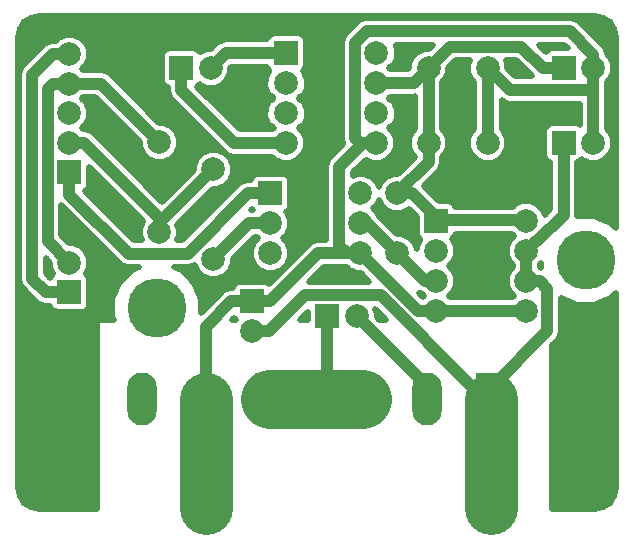
<source format=gbr>
G04 #@! TF.FileFunction,Copper,L2,Bot,Signal*
%FSLAX46Y46*%
G04 Gerber Fmt 4.6, Leading zero omitted, Abs format (unit mm)*
G04 Created by KiCad (PCBNEW 4.0.6) date 06/19/17 16:58:42*
%MOMM*%
%LPD*%
G01*
G04 APERTURE LIST*
%ADD10C,0.100000*%
%ADD11R,2.000000X2.000000*%
%ADD12C,2.000000*%
%ADD13C,5.000000*%
%ADD14R,2.500000X4.500000*%
%ADD15O,2.500000X4.500000*%
%ADD16C,1.000000*%
%ADD17C,4.500000*%
%ADD18C,5.000000*%
%ADD19C,0.500000*%
G04 APERTURE END LIST*
D10*
D11*
X48210000Y39955000D03*
D12*
X50710000Y39955000D03*
X36780000Y39955000D03*
X41780000Y39955000D03*
X36780000Y33605000D03*
X41780000Y33605000D03*
D11*
X48210000Y33605000D03*
D12*
X50710000Y33605000D03*
D11*
X28194000Y18923000D03*
D12*
X30694000Y18923000D03*
D11*
X21844000Y20193000D03*
D12*
X21844000Y17693000D03*
D11*
X15825000Y39955000D03*
D12*
X18325000Y39955000D03*
X34110000Y29345000D03*
X34110000Y24265000D03*
X18542000Y31369000D03*
X18542000Y23749000D03*
X13970000Y33655000D03*
X13970000Y26035000D03*
D11*
X6350000Y20955000D03*
D12*
X6350000Y23455000D03*
D11*
X37400000Y27025000D03*
D12*
X45020000Y19405000D03*
X37400000Y24485000D03*
X45020000Y21945000D03*
X37400000Y21945000D03*
X45020000Y24485000D03*
X37400000Y19405000D03*
X45020000Y27025000D03*
D11*
X23368000Y29337000D03*
D12*
X30988000Y24257000D03*
X23368000Y26797000D03*
X30988000Y26797000D03*
X23368000Y24257000D03*
X30988000Y29337000D03*
D11*
X6350000Y31115000D03*
D12*
X6350000Y33615000D03*
X6350000Y36115000D03*
X6350000Y38615000D03*
X6350000Y41115000D03*
D11*
X24715000Y41225000D03*
D12*
X32335000Y33605000D03*
X24715000Y38685000D03*
X32335000Y36145000D03*
X24715000Y36145000D03*
X32335000Y38685000D03*
X24715000Y33605000D03*
X32335000Y41225000D03*
D13*
X50040000Y23670000D03*
X13730000Y19645000D03*
D14*
X23356000Y11895000D03*
D15*
X17906000Y11895000D03*
X12456000Y11895000D03*
D14*
X42040000Y11895000D03*
D15*
X36590000Y11895000D03*
X31140000Y11895000D03*
D16*
X30534999Y42089001D02*
X31510808Y43064810D01*
X30534999Y33990788D02*
X30534999Y42089001D01*
X30920787Y33605000D02*
X30534999Y33990788D01*
X50710000Y41086370D02*
X50710000Y39955000D01*
X48731560Y43064810D02*
X50710000Y41086370D01*
X32335000Y33605000D02*
X30920787Y33605000D01*
X31510808Y43064810D02*
X48731560Y43064810D01*
X30988000Y24257000D02*
X35840000Y19405000D01*
X35840000Y19405000D02*
X37400000Y19405000D01*
X30988000Y24257000D02*
X31475914Y24257000D01*
X50710000Y39955000D02*
X50710000Y38100000D01*
X50710000Y38100000D02*
X50710000Y33605000D01*
X41780000Y39955000D02*
X43635000Y38100000D01*
X43635000Y38100000D02*
X50710000Y38100000D01*
X50710000Y34736370D02*
X50710000Y33605000D01*
X37400000Y19405000D02*
X45020000Y19405000D01*
D17*
X17906000Y11895000D02*
X17906000Y2675000D01*
D16*
X27418036Y24257000D02*
X29856630Y24257000D01*
X23354036Y20193000D02*
X27418036Y24257000D01*
X21844000Y20193000D02*
X23354036Y20193000D01*
X17906000Y11895000D02*
X17906000Y18055000D01*
X17906000Y18055000D02*
X20044000Y20193000D01*
X20044000Y20193000D02*
X21844000Y20193000D01*
X32335000Y33605000D02*
X31203630Y33605000D01*
X31203630Y33605000D02*
X29187999Y31589369D01*
X29856630Y24257000D02*
X30988000Y24257000D01*
X29187999Y31589369D02*
X29187999Y24925631D01*
X29187999Y24925631D02*
X29856630Y24257000D01*
X41780000Y39955000D02*
X41780000Y33605000D01*
X13970000Y26035000D02*
X13970000Y26797000D01*
X13970000Y26797000D02*
X18542000Y31369000D01*
X6350000Y33615000D02*
X7587436Y33615000D01*
X7587436Y33615000D02*
X13970000Y27232436D01*
X13970000Y27232436D02*
X13970000Y27166370D01*
X13970000Y27166370D02*
X13970000Y26035000D01*
X15825000Y39955000D02*
X15825000Y38080000D01*
X15825000Y38080000D02*
X20300000Y33605000D01*
X20300000Y33605000D02*
X23583630Y33605000D01*
X23583630Y33605000D02*
X24715000Y33605000D01*
X36780000Y39955000D02*
X38580001Y41755001D01*
X38580001Y41755001D02*
X44609999Y41755001D01*
X44609999Y41755001D02*
X46410000Y39955000D01*
X46410000Y39955000D02*
X48210000Y39955000D01*
X37630000Y27055000D02*
X45250000Y27055000D01*
X34110000Y29345000D02*
X35340000Y29345000D01*
X35340000Y29345000D02*
X37630000Y27055000D01*
X36780000Y33605000D02*
X36780000Y32015000D01*
X36780000Y32015000D02*
X34110000Y29345000D01*
X36780000Y39955000D02*
X36780000Y33605000D01*
X36780000Y39955000D02*
X35510000Y38685000D01*
X35510000Y38685000D02*
X32335000Y38685000D01*
X26288214Y20723001D02*
X32683506Y20723001D01*
X23258213Y17693000D02*
X26288214Y20723001D01*
X32683506Y20723001D02*
X40511507Y12895000D01*
X40511507Y12895000D02*
X42040000Y12895000D01*
X21844000Y17693000D02*
X23258213Y17693000D01*
X48210000Y33605000D02*
X48210000Y27550998D01*
X48210000Y27550998D02*
X45944001Y25284999D01*
X45944001Y25284999D02*
X45819999Y25284999D01*
X45819999Y25284999D02*
X45020000Y24485000D01*
X45020000Y21945000D02*
X46151370Y21945000D01*
X46820001Y17675001D02*
X42040000Y12895000D01*
X46151370Y21945000D02*
X46820001Y21276369D01*
X46820001Y21276369D02*
X46820001Y17675001D01*
X42040000Y12895000D02*
X42040000Y11895000D01*
X45020000Y24485000D02*
X45020000Y21945000D01*
D17*
X42040000Y11895000D02*
X42040000Y2675000D01*
D16*
X34110000Y24265000D02*
X34113121Y24265000D01*
X34113121Y24265000D02*
X36433121Y21945000D01*
X36433121Y21945000D02*
X37400000Y21945000D01*
X30988000Y26797000D02*
X31578000Y26797000D01*
X31578000Y26797000D02*
X34110000Y24265000D01*
X3190000Y39369213D02*
X3190000Y22115000D01*
X3190000Y22115000D02*
X4350000Y20955000D01*
X4350000Y20955000D02*
X6350000Y20955000D01*
X6350000Y41115000D02*
X4935787Y41115000D01*
X4935787Y41115000D02*
X3190000Y39369213D01*
X4935787Y38615000D02*
X6350000Y38615000D01*
X4490011Y25314989D02*
X4490011Y38169224D01*
X4490011Y38169224D02*
X4935787Y38615000D01*
X6350000Y23455000D02*
X4490011Y25314989D01*
X13970000Y33655000D02*
X9010000Y38615000D01*
X9010000Y38615000D02*
X6350000Y38615000D01*
X6350000Y31115000D02*
X6350000Y29240000D01*
X6350000Y29240000D02*
X11355001Y24234999D01*
X11355001Y24234999D02*
X16363997Y24234999D01*
X21465998Y29337000D02*
X21568000Y29337000D01*
X16363997Y24234999D02*
X21465998Y29337000D01*
X21568000Y29337000D02*
X23368000Y29337000D01*
X18542000Y23749000D02*
X21590000Y26797000D01*
X21590000Y26797000D02*
X23368000Y26797000D01*
X18325000Y39955000D02*
X19595000Y41225000D01*
X19595000Y41225000D02*
X24715000Y41225000D01*
X28194000Y18923000D02*
X28194000Y13719000D01*
X28194000Y13719000D02*
X26370000Y11895000D01*
D18*
X23356000Y11895000D02*
X26370000Y11895000D01*
X26370000Y11895000D02*
X31140000Y11895000D01*
D16*
X36590000Y11895000D02*
X36590000Y13027000D01*
X36590000Y13027000D02*
X30694000Y18923000D01*
D19*
G36*
X52615000Y4516405D02*
X52463719Y3755866D01*
X52073355Y3171644D01*
X51489134Y2781281D01*
X50728596Y2630000D01*
X47240000Y2630000D01*
X47240000Y16468654D01*
X47633174Y16861828D01*
X47882462Y17234915D01*
X47970001Y17675001D01*
X47970001Y20469098D01*
X49290806Y19920652D01*
X50782649Y19919350D01*
X52161429Y20489051D01*
X52615000Y20941831D01*
X52615000Y4516405D01*
X52615000Y4516405D01*
G37*
X52615000Y4516405D02*
X52463719Y3755866D01*
X52073355Y3171644D01*
X51489134Y2781281D01*
X50728596Y2630000D01*
X47240000Y2630000D01*
X47240000Y16468654D01*
X47633174Y16861828D01*
X47882462Y17234915D01*
X47970001Y17675001D01*
X47970001Y20469098D01*
X49290806Y19920652D01*
X50782649Y19919350D01*
X52161429Y20489051D01*
X52615000Y20941831D01*
X52615000Y4516405D01*
G36*
X51489134Y44208719D02*
X52073355Y43818356D01*
X52463719Y43234134D01*
X52615000Y42473595D01*
X52615000Y26398437D01*
X52166978Y26847242D01*
X50789194Y27419348D01*
X49334067Y27420618D01*
X49360001Y27550998D01*
X49360000Y27551003D01*
X49360000Y31970490D01*
X49450876Y31987590D01*
X49672105Y32129947D01*
X49744823Y32236373D01*
X49774130Y32207014D01*
X50380355Y31955287D01*
X51036765Y31954715D01*
X51643429Y32205383D01*
X52107986Y32669130D01*
X52359713Y33275355D01*
X52360285Y33931765D01*
X52109617Y34538429D01*
X51860000Y34788482D01*
X51860000Y38771576D01*
X52107986Y39019130D01*
X52359713Y39625355D01*
X52360285Y40281765D01*
X52109617Y40888429D01*
X51847056Y41151449D01*
X51786985Y41453440D01*
X51772461Y41526456D01*
X51523173Y41899543D01*
X49544733Y43877983D01*
X49171646Y44127271D01*
X48731560Y44214810D01*
X31510808Y44214810D01*
X31070722Y44127271D01*
X30697635Y43877983D01*
X29721826Y42902174D01*
X29472538Y42529087D01*
X29384999Y42089001D01*
X29384999Y33990788D01*
X29472538Y33550702D01*
X29492745Y33520461D01*
X28374826Y32402542D01*
X28125538Y32029455D01*
X28037999Y31589369D01*
X28037999Y25407000D01*
X27418036Y25407000D01*
X26977950Y25319461D01*
X26604863Y25070173D01*
X23242263Y21707573D01*
X23101841Y21803520D01*
X22844000Y21855734D01*
X20844000Y21855734D01*
X20603124Y21810410D01*
X20381895Y21668053D01*
X20233480Y21450841D01*
X20211642Y21343000D01*
X20044005Y21343000D01*
X20044000Y21343001D01*
X19709025Y21276369D01*
X19603914Y21255461D01*
X19300219Y21052539D01*
X19230827Y21006173D01*
X17479661Y19255007D01*
X17480650Y20387649D01*
X16910949Y21766429D01*
X15856978Y22822242D01*
X15224189Y23084999D01*
X16363997Y23084999D01*
X16804083Y23172538D01*
X16953606Y23272446D01*
X17142383Y22815571D01*
X17606130Y22351014D01*
X18212355Y22099287D01*
X18868765Y22098715D01*
X19475429Y22349383D01*
X19939986Y22813130D01*
X20191713Y23419355D01*
X20192021Y23772675D01*
X22066346Y25647000D01*
X22184576Y25647000D01*
X22304547Y25526820D01*
X21970014Y25192870D01*
X21718287Y24586645D01*
X21717715Y23930235D01*
X21968383Y23323571D01*
X22432130Y22859014D01*
X23038355Y22607287D01*
X23694765Y22606715D01*
X24301429Y22857383D01*
X24765986Y23321130D01*
X25017713Y23927355D01*
X25018285Y24583765D01*
X24767617Y25190429D01*
X24431453Y25527180D01*
X24765986Y25861130D01*
X25017713Y26467355D01*
X25018285Y27123765D01*
X24767617Y27730429D01*
X24712118Y27786025D01*
X24830105Y27861947D01*
X24978520Y28079159D01*
X25030734Y28337000D01*
X25030734Y30337000D01*
X24985410Y30577876D01*
X24843053Y30799105D01*
X24625841Y30947520D01*
X24368000Y30999734D01*
X22368000Y30999734D01*
X22127124Y30954410D01*
X21905895Y30812053D01*
X21757480Y30594841D01*
X21735642Y30487000D01*
X21465998Y30487000D01*
X21025912Y30399461D01*
X20652825Y30150173D01*
X15887651Y25384999D01*
X15486689Y25384999D01*
X15619713Y25705355D01*
X15620285Y26361765D01*
X15486031Y26686685D01*
X18518366Y29719020D01*
X18868765Y29718715D01*
X19475429Y29969383D01*
X19939986Y30433130D01*
X20191713Y31039355D01*
X20192285Y31695765D01*
X19941617Y32302429D01*
X19477870Y32766986D01*
X18871645Y33018713D01*
X18215235Y33019285D01*
X17608571Y32768617D01*
X17144014Y32304870D01*
X16892287Y31698645D01*
X16891979Y31345325D01*
X14187718Y28641064D01*
X8400609Y34428173D01*
X8027522Y34677461D01*
X7587436Y34765000D01*
X7533424Y34765000D01*
X7433453Y34865145D01*
X7747986Y35179130D01*
X7999713Y35785355D01*
X8000285Y36441765D01*
X7749617Y37048429D01*
X7433453Y37365145D01*
X7533482Y37465000D01*
X8533654Y37465000D01*
X12320020Y33678634D01*
X12319715Y33328235D01*
X12570383Y32721571D01*
X13034130Y32257014D01*
X13640355Y32005287D01*
X14296765Y32004715D01*
X14903429Y32255383D01*
X15367986Y32719130D01*
X15619713Y33325355D01*
X15620285Y33981765D01*
X15369617Y34588429D01*
X14905870Y35052986D01*
X14299645Y35304713D01*
X13946325Y35305021D01*
X9823173Y39428173D01*
X9450086Y39677461D01*
X9010000Y39765000D01*
X7533424Y39765000D01*
X7433453Y39865145D01*
X7747986Y40179130D01*
X7999713Y40785355D01*
X7999860Y40955000D01*
X14162266Y40955000D01*
X14162266Y38955000D01*
X14207590Y38714124D01*
X14349947Y38492895D01*
X14567159Y38344480D01*
X14675000Y38322642D01*
X14675000Y38080000D01*
X14762539Y37639914D01*
X15011827Y37266827D01*
X19486827Y32791827D01*
X19859914Y32542539D01*
X19932930Y32528015D01*
X20300000Y32454999D01*
X20300005Y32455000D01*
X23531576Y32455000D01*
X23779130Y32207014D01*
X24385355Y31955287D01*
X25041765Y31954715D01*
X25648429Y32205383D01*
X26112986Y32669130D01*
X26364713Y33275355D01*
X26365285Y33931765D01*
X26114617Y34538429D01*
X25804964Y34848622D01*
X25823000Y34919649D01*
X25940626Y35037070D01*
X26167463Y35094669D01*
X26458845Y35730454D01*
X26484743Y36429350D01*
X26241213Y37084956D01*
X26167463Y37195331D01*
X25940351Y37253000D01*
X25822930Y37370626D01*
X25811662Y37415000D01*
X25823000Y37459649D01*
X25940626Y37577070D01*
X26167463Y37634669D01*
X26458845Y38270454D01*
X26484743Y38969350D01*
X26241213Y39624956D01*
X26167463Y39735331D01*
X26158090Y39737711D01*
X26177105Y39749947D01*
X26325520Y39967159D01*
X26377734Y40225000D01*
X26377734Y42225000D01*
X26332410Y42465876D01*
X26190053Y42687105D01*
X25972841Y42835520D01*
X25715000Y42887734D01*
X23715000Y42887734D01*
X23474124Y42842410D01*
X23252895Y42700053D01*
X23104480Y42482841D01*
X23082642Y42375000D01*
X19595000Y42375000D01*
X19154914Y42287461D01*
X18781827Y42038173D01*
X18348634Y41604980D01*
X17998235Y41605285D01*
X17391571Y41354617D01*
X17360331Y41323431D01*
X17300053Y41417105D01*
X17082841Y41565520D01*
X16825000Y41617734D01*
X14825000Y41617734D01*
X14584124Y41572410D01*
X14362895Y41430053D01*
X14214480Y41212841D01*
X14162266Y40955000D01*
X7999860Y40955000D01*
X8000285Y41441765D01*
X7749617Y42048429D01*
X7285870Y42512986D01*
X6679645Y42764713D01*
X6023235Y42765285D01*
X5416571Y42514617D01*
X5166518Y42265000D01*
X4935792Y42265000D01*
X4935787Y42265001D01*
X4584312Y42195087D01*
X4495701Y42177461D01*
X4233627Y42002349D01*
X4122614Y41928173D01*
X2376827Y40182386D01*
X2127539Y39809299D01*
X2040000Y39369213D01*
X2040000Y22115000D01*
X2127539Y21674914D01*
X2376827Y21301827D01*
X3536827Y20141827D01*
X3909914Y19892539D01*
X4350000Y19805000D01*
X4715490Y19805000D01*
X4732590Y19714124D01*
X4874947Y19492895D01*
X5092159Y19344480D01*
X5350000Y19292266D01*
X7350000Y19292266D01*
X7590876Y19337590D01*
X7812105Y19479947D01*
X7960520Y19697159D01*
X8012734Y19955000D01*
X8012734Y21955000D01*
X7967410Y22195876D01*
X7825053Y22417105D01*
X7718627Y22489823D01*
X7747986Y22519130D01*
X7999713Y23125355D01*
X8000285Y23781765D01*
X7749617Y24388429D01*
X7285870Y24852986D01*
X6679645Y25104713D01*
X6326325Y25105021D01*
X5640011Y25791335D01*
X5640011Y28323643D01*
X10541828Y23421826D01*
X10914915Y23172538D01*
X11355001Y23084999D01*
X12235519Y23084999D01*
X11608571Y22825949D01*
X10552758Y21771978D01*
X9980652Y20394194D01*
X9979350Y18902351D01*
X10077422Y18665000D01*
X8890000Y18665000D01*
X8792736Y18645304D01*
X8710798Y18589318D01*
X8657097Y18505864D01*
X8640000Y18415000D01*
X8640000Y2630000D01*
X3881405Y2630000D01*
X3120866Y2781281D01*
X2536644Y3171645D01*
X2146281Y3755866D01*
X1995000Y4516404D01*
X1995000Y42473596D01*
X2146281Y43234134D01*
X2536644Y43818355D01*
X3120866Y44208719D01*
X3881405Y44360000D01*
X50728596Y44360000D01*
X51489134Y44208719D01*
X51489134Y44208719D01*
G37*
X51489134Y44208719D02*
X52073355Y43818356D01*
X52463719Y43234134D01*
X52615000Y42473595D01*
X52615000Y26398437D01*
X52166978Y26847242D01*
X50789194Y27419348D01*
X49334067Y27420618D01*
X49360001Y27550998D01*
X49360000Y27551003D01*
X49360000Y31970490D01*
X49450876Y31987590D01*
X49672105Y32129947D01*
X49744823Y32236373D01*
X49774130Y32207014D01*
X50380355Y31955287D01*
X51036765Y31954715D01*
X51643429Y32205383D01*
X52107986Y32669130D01*
X52359713Y33275355D01*
X52360285Y33931765D01*
X52109617Y34538429D01*
X51860000Y34788482D01*
X51860000Y38771576D01*
X52107986Y39019130D01*
X52359713Y39625355D01*
X52360285Y40281765D01*
X52109617Y40888429D01*
X51847056Y41151449D01*
X51786985Y41453440D01*
X51772461Y41526456D01*
X51523173Y41899543D01*
X49544733Y43877983D01*
X49171646Y44127271D01*
X48731560Y44214810D01*
X31510808Y44214810D01*
X31070722Y44127271D01*
X30697635Y43877983D01*
X29721826Y42902174D01*
X29472538Y42529087D01*
X29384999Y42089001D01*
X29384999Y33990788D01*
X29472538Y33550702D01*
X29492745Y33520461D01*
X28374826Y32402542D01*
X28125538Y32029455D01*
X28037999Y31589369D01*
X28037999Y25407000D01*
X27418036Y25407000D01*
X26977950Y25319461D01*
X26604863Y25070173D01*
X23242263Y21707573D01*
X23101841Y21803520D01*
X22844000Y21855734D01*
X20844000Y21855734D01*
X20603124Y21810410D01*
X20381895Y21668053D01*
X20233480Y21450841D01*
X20211642Y21343000D01*
X20044005Y21343000D01*
X20044000Y21343001D01*
X19709025Y21276369D01*
X19603914Y21255461D01*
X19300219Y21052539D01*
X19230827Y21006173D01*
X17479661Y19255007D01*
X17480650Y20387649D01*
X16910949Y21766429D01*
X15856978Y22822242D01*
X15224189Y23084999D01*
X16363997Y23084999D01*
X16804083Y23172538D01*
X16953606Y23272446D01*
X17142383Y22815571D01*
X17606130Y22351014D01*
X18212355Y22099287D01*
X18868765Y22098715D01*
X19475429Y22349383D01*
X19939986Y22813130D01*
X20191713Y23419355D01*
X20192021Y23772675D01*
X22066346Y25647000D01*
X22184576Y25647000D01*
X22304547Y25526820D01*
X21970014Y25192870D01*
X21718287Y24586645D01*
X21717715Y23930235D01*
X21968383Y23323571D01*
X22432130Y22859014D01*
X23038355Y22607287D01*
X23694765Y22606715D01*
X24301429Y22857383D01*
X24765986Y23321130D01*
X25017713Y23927355D01*
X25018285Y24583765D01*
X24767617Y25190429D01*
X24431453Y25527180D01*
X24765986Y25861130D01*
X25017713Y26467355D01*
X25018285Y27123765D01*
X24767617Y27730429D01*
X24712118Y27786025D01*
X24830105Y27861947D01*
X24978520Y28079159D01*
X25030734Y28337000D01*
X25030734Y30337000D01*
X24985410Y30577876D01*
X24843053Y30799105D01*
X24625841Y30947520D01*
X24368000Y30999734D01*
X22368000Y30999734D01*
X22127124Y30954410D01*
X21905895Y30812053D01*
X21757480Y30594841D01*
X21735642Y30487000D01*
X21465998Y30487000D01*
X21025912Y30399461D01*
X20652825Y30150173D01*
X15887651Y25384999D01*
X15486689Y25384999D01*
X15619713Y25705355D01*
X15620285Y26361765D01*
X15486031Y26686685D01*
X18518366Y29719020D01*
X18868765Y29718715D01*
X19475429Y29969383D01*
X19939986Y30433130D01*
X20191713Y31039355D01*
X20192285Y31695765D01*
X19941617Y32302429D01*
X19477870Y32766986D01*
X18871645Y33018713D01*
X18215235Y33019285D01*
X17608571Y32768617D01*
X17144014Y32304870D01*
X16892287Y31698645D01*
X16891979Y31345325D01*
X14187718Y28641064D01*
X8400609Y34428173D01*
X8027522Y34677461D01*
X7587436Y34765000D01*
X7533424Y34765000D01*
X7433453Y34865145D01*
X7747986Y35179130D01*
X7999713Y35785355D01*
X8000285Y36441765D01*
X7749617Y37048429D01*
X7433453Y37365145D01*
X7533482Y37465000D01*
X8533654Y37465000D01*
X12320020Y33678634D01*
X12319715Y33328235D01*
X12570383Y32721571D01*
X13034130Y32257014D01*
X13640355Y32005287D01*
X14296765Y32004715D01*
X14903429Y32255383D01*
X15367986Y32719130D01*
X15619713Y33325355D01*
X15620285Y33981765D01*
X15369617Y34588429D01*
X14905870Y35052986D01*
X14299645Y35304713D01*
X13946325Y35305021D01*
X9823173Y39428173D01*
X9450086Y39677461D01*
X9010000Y39765000D01*
X7533424Y39765000D01*
X7433453Y39865145D01*
X7747986Y40179130D01*
X7999713Y40785355D01*
X7999860Y40955000D01*
X14162266Y40955000D01*
X14162266Y38955000D01*
X14207590Y38714124D01*
X14349947Y38492895D01*
X14567159Y38344480D01*
X14675000Y38322642D01*
X14675000Y38080000D01*
X14762539Y37639914D01*
X15011827Y37266827D01*
X19486827Y32791827D01*
X19859914Y32542539D01*
X19932930Y32528015D01*
X20300000Y32454999D01*
X20300005Y32455000D01*
X23531576Y32455000D01*
X23779130Y32207014D01*
X24385355Y31955287D01*
X25041765Y31954715D01*
X25648429Y32205383D01*
X26112986Y32669130D01*
X26364713Y33275355D01*
X26365285Y33931765D01*
X26114617Y34538429D01*
X25804964Y34848622D01*
X25823000Y34919649D01*
X25940626Y35037070D01*
X26167463Y35094669D01*
X26458845Y35730454D01*
X26484743Y36429350D01*
X26241213Y37084956D01*
X26167463Y37195331D01*
X25940351Y37253000D01*
X25822930Y37370626D01*
X25811662Y37415000D01*
X25823000Y37459649D01*
X25940626Y37577070D01*
X26167463Y37634669D01*
X26458845Y38270454D01*
X26484743Y38969350D01*
X26241213Y39624956D01*
X26167463Y39735331D01*
X26158090Y39737711D01*
X26177105Y39749947D01*
X26325520Y39967159D01*
X26377734Y40225000D01*
X26377734Y42225000D01*
X26332410Y42465876D01*
X26190053Y42687105D01*
X25972841Y42835520D01*
X25715000Y42887734D01*
X23715000Y42887734D01*
X23474124Y42842410D01*
X23252895Y42700053D01*
X23104480Y42482841D01*
X23082642Y42375000D01*
X19595000Y42375000D01*
X19154914Y42287461D01*
X18781827Y42038173D01*
X18348634Y41604980D01*
X17998235Y41605285D01*
X17391571Y41354617D01*
X17360331Y41323431D01*
X17300053Y41417105D01*
X17082841Y41565520D01*
X16825000Y41617734D01*
X14825000Y41617734D01*
X14584124Y41572410D01*
X14362895Y41430053D01*
X14214480Y41212841D01*
X14162266Y40955000D01*
X7999860Y40955000D01*
X8000285Y41441765D01*
X7749617Y42048429D01*
X7285870Y42512986D01*
X6679645Y42764713D01*
X6023235Y42765285D01*
X5416571Y42514617D01*
X5166518Y42265000D01*
X4935792Y42265000D01*
X4935787Y42265001D01*
X4584312Y42195087D01*
X4495701Y42177461D01*
X4233627Y42002349D01*
X4122614Y41928173D01*
X2376827Y40182386D01*
X2127539Y39809299D01*
X2040000Y39369213D01*
X2040000Y22115000D01*
X2127539Y21674914D01*
X2376827Y21301827D01*
X3536827Y20141827D01*
X3909914Y19892539D01*
X4350000Y19805000D01*
X4715490Y19805000D01*
X4732590Y19714124D01*
X4874947Y19492895D01*
X5092159Y19344480D01*
X5350000Y19292266D01*
X7350000Y19292266D01*
X7590876Y19337590D01*
X7812105Y19479947D01*
X7960520Y19697159D01*
X8012734Y19955000D01*
X8012734Y21955000D01*
X7967410Y22195876D01*
X7825053Y22417105D01*
X7718627Y22489823D01*
X7747986Y22519130D01*
X7999713Y23125355D01*
X8000285Y23781765D01*
X7749617Y24388429D01*
X7285870Y24852986D01*
X6679645Y25104713D01*
X6326325Y25105021D01*
X5640011Y25791335D01*
X5640011Y28323643D01*
X10541828Y23421826D01*
X10914915Y23172538D01*
X11355001Y23084999D01*
X12235519Y23084999D01*
X11608571Y22825949D01*
X10552758Y21771978D01*
X9980652Y20394194D01*
X9979350Y18902351D01*
X10077422Y18665000D01*
X8890000Y18665000D01*
X8792736Y18645304D01*
X8710798Y18589318D01*
X8657097Y18505864D01*
X8640000Y18415000D01*
X8640000Y2630000D01*
X3881405Y2630000D01*
X3120866Y2781281D01*
X2536644Y3171645D01*
X2146281Y3755866D01*
X1995000Y4516404D01*
X1995000Y42473596D01*
X2146281Y43234134D01*
X2536644Y43818355D01*
X3120866Y44208719D01*
X3881405Y44360000D01*
X50728596Y44360000D01*
X51489134Y44208719D01*
G36*
X23097590Y39984124D02*
X23239947Y39762895D01*
X23275479Y39738617D01*
X23262537Y39735331D01*
X22971155Y39099546D01*
X22945257Y38400650D01*
X23188787Y37745044D01*
X23262537Y37634669D01*
X23489649Y37577000D01*
X23607070Y37459374D01*
X23618338Y37415000D01*
X23607000Y37370351D01*
X23489374Y37252930D01*
X23262537Y37195331D01*
X22971155Y36559546D01*
X22945257Y35860650D01*
X23188787Y35205044D01*
X23262537Y35094669D01*
X23489649Y35037000D01*
X23607070Y34919374D01*
X23625090Y34848409D01*
X23531518Y34755000D01*
X20776346Y34755000D01*
X17143686Y38387660D01*
X17287105Y38479947D01*
X17359823Y38586373D01*
X17389130Y38557014D01*
X17995355Y38305287D01*
X18651765Y38304715D01*
X19258429Y38555383D01*
X19722986Y39019130D01*
X19974713Y39625355D01*
X19975021Y39978675D01*
X20071346Y40075000D01*
X23080490Y40075000D01*
X23097590Y39984124D01*
X23097590Y39984124D01*
G37*
X23097590Y39984124D02*
X23239947Y39762895D01*
X23275479Y39738617D01*
X23262537Y39735331D01*
X22971155Y39099546D01*
X22945257Y38400650D01*
X23188787Y37745044D01*
X23262537Y37634669D01*
X23489649Y37577000D01*
X23607070Y37459374D01*
X23618338Y37415000D01*
X23607000Y37370351D01*
X23489374Y37252930D01*
X23262537Y37195331D01*
X22971155Y36559546D01*
X22945257Y35860650D01*
X23188787Y35205044D01*
X23262537Y35094669D01*
X23489649Y35037000D01*
X23607070Y34919374D01*
X23625090Y34848409D01*
X23531518Y34755000D01*
X20776346Y34755000D01*
X17143686Y38387660D01*
X17287105Y38479947D01*
X17359823Y38586373D01*
X17389130Y38557014D01*
X17995355Y38305287D01*
X18651765Y38304715D01*
X19258429Y38555383D01*
X19722986Y39019130D01*
X19974713Y39625355D01*
X19975021Y39978675D01*
X20071346Y40075000D01*
X23080490Y40075000D01*
X23097590Y39984124D01*
G36*
X20368947Y18730895D02*
X20465387Y18665000D01*
X20142346Y18665000D01*
X20306025Y18828679D01*
X20368947Y18730895D01*
X20368947Y18730895D01*
G37*
X20368947Y18730895D02*
X20465387Y18665000D01*
X20142346Y18665000D01*
X20306025Y18828679D01*
X20368947Y18730895D01*
G36*
X26531266Y18665000D02*
X25856558Y18665000D01*
X26531266Y19339708D01*
X26531266Y18665000D01*
X26531266Y18665000D01*
G37*
X26531266Y18665000D02*
X25856558Y18665000D01*
X26531266Y19339708D01*
X26531266Y18665000D01*
G36*
X33115161Y18665000D02*
X32578346Y18665000D01*
X32343980Y18899366D01*
X32344285Y19249765D01*
X32213238Y19566923D01*
X33115161Y18665000D01*
X33115161Y18665000D01*
G37*
X33115161Y18665000D02*
X32578346Y18665000D01*
X32343980Y18899366D01*
X32344285Y19249765D01*
X32213238Y19566923D01*
X33115161Y18665000D01*
G36*
X43956547Y25754820D02*
X43622014Y25420870D01*
X43370287Y24814645D01*
X43369715Y24158235D01*
X43620383Y23551571D01*
X43870000Y23301518D01*
X43870000Y23128424D01*
X43622014Y22880870D01*
X43370287Y22274645D01*
X43369715Y21618235D01*
X43620383Y21011571D01*
X43956547Y20674820D01*
X43836518Y20555000D01*
X38583424Y20555000D01*
X38463453Y20675180D01*
X38797986Y21009130D01*
X39049713Y21615355D01*
X39050285Y22271765D01*
X38799617Y22878429D01*
X38463453Y23215180D01*
X38797986Y23549130D01*
X39049713Y24155355D01*
X39050285Y24811765D01*
X38799617Y25418429D01*
X38744118Y25474025D01*
X38862105Y25549947D01*
X39010520Y25767159D01*
X39038433Y25905000D01*
X43806629Y25905000D01*
X43956547Y25754820D01*
X43956547Y25754820D01*
G37*
X43956547Y25754820D02*
X43622014Y25420870D01*
X43370287Y24814645D01*
X43369715Y24158235D01*
X43620383Y23551571D01*
X43870000Y23301518D01*
X43870000Y23128424D01*
X43622014Y22880870D01*
X43370287Y22274645D01*
X43369715Y21618235D01*
X43620383Y21011571D01*
X43956547Y20674820D01*
X43836518Y20555000D01*
X38583424Y20555000D01*
X38463453Y20675180D01*
X38797986Y21009130D01*
X39049713Y21615355D01*
X39050285Y22271765D01*
X38799617Y22878429D01*
X38463453Y23215180D01*
X38797986Y23549130D01*
X39049713Y24155355D01*
X39050285Y24811765D01*
X38799617Y25418429D01*
X38744118Y25474025D01*
X38862105Y25549947D01*
X39010520Y25767159D01*
X39038433Y25905000D01*
X43806629Y25905000D01*
X43956547Y25754820D01*
G36*
X35993035Y20882539D02*
X36162924Y20848746D01*
X36336547Y20674820D01*
X36266476Y20604870D01*
X35980293Y20891053D01*
X35993035Y20882539D01*
X35993035Y20882539D01*
G37*
X35993035Y20882539D02*
X36162924Y20848746D01*
X36336547Y20674820D01*
X36266476Y20604870D01*
X35980293Y20891053D01*
X35993035Y20882539D01*
G36*
X30052130Y22859014D02*
X30658355Y22607287D01*
X31011675Y22606979D01*
X31745653Y21873001D01*
X26660383Y21873001D01*
X27894382Y23107000D01*
X29804576Y23107000D01*
X30052130Y22859014D01*
X30052130Y22859014D01*
G37*
X30052130Y22859014D02*
X30658355Y22607287D01*
X31011675Y22606979D01*
X31745653Y21873001D01*
X26660383Y21873001D01*
X27894382Y23107000D01*
X29804576Y23107000D01*
X30052130Y22859014D01*
G36*
X4700020Y23478634D02*
X4699715Y23128235D01*
X4950383Y22521571D01*
X4981569Y22490331D01*
X4887895Y22430053D01*
X4739480Y22212841D01*
X4735948Y22195398D01*
X4340000Y22591346D01*
X4340000Y23838654D01*
X4700020Y23478634D01*
X4700020Y23478634D01*
G37*
X4700020Y23478634D02*
X4699715Y23128235D01*
X4950383Y22521571D01*
X4981569Y22490331D01*
X4887895Y22430053D01*
X4739480Y22212841D01*
X4735948Y22195398D01*
X4340000Y22591346D01*
X4340000Y23838654D01*
X4700020Y23478634D01*
G36*
X46289472Y23067530D02*
X46216321Y23082080D01*
X46170000Y23128482D01*
X46170000Y23301576D01*
X46289781Y23421148D01*
X46289472Y23067530D01*
X46289472Y23067530D01*
G37*
X46289472Y23067530D02*
X46216321Y23082080D01*
X46170000Y23128482D01*
X46170000Y23301576D01*
X46289781Y23421148D01*
X46289472Y23067530D01*
G36*
X32710383Y28411571D02*
X33174130Y27947014D01*
X33780355Y27695287D01*
X34436765Y27694715D01*
X35043429Y27945383D01*
X35078380Y27980274D01*
X35737266Y27321388D01*
X35737266Y26025000D01*
X35782590Y25784124D01*
X35924947Y25562895D01*
X36055160Y25473924D01*
X36002014Y25420870D01*
X35750287Y24814645D01*
X35750114Y24616380D01*
X35509617Y25198429D01*
X35045870Y25662986D01*
X34439645Y25914713D01*
X34086325Y25915021D01*
X32469789Y27531557D01*
X32387617Y27730429D01*
X32051453Y28067180D01*
X32385986Y28401130D01*
X32550747Y28797919D01*
X32710383Y28411571D01*
X32710383Y28411571D01*
G37*
X32710383Y28411571D02*
X33174130Y27947014D01*
X33780355Y27695287D01*
X34436765Y27694715D01*
X35043429Y27945383D01*
X35078380Y27980274D01*
X35737266Y27321388D01*
X35737266Y26025000D01*
X35782590Y25784124D01*
X35924947Y25562895D01*
X36055160Y25473924D01*
X36002014Y25420870D01*
X35750287Y24814645D01*
X35750114Y24616380D01*
X35509617Y25198429D01*
X35045870Y25662986D01*
X34439645Y25914713D01*
X34086325Y25915021D01*
X32469789Y27531557D01*
X32387617Y27730429D01*
X32051453Y28067180D01*
X32385986Y28401130D01*
X32550747Y28797919D01*
X32710383Y28411571D01*
G36*
X12588632Y26987459D02*
X12572014Y26970870D01*
X12320287Y26364645D01*
X12319715Y25708235D01*
X12453273Y25384999D01*
X11831347Y25384999D01*
X7668686Y29547660D01*
X7812105Y29639947D01*
X7960520Y29857159D01*
X8012734Y30115000D01*
X8012734Y31563356D01*
X12588632Y26987459D01*
X12588632Y26987459D01*
G37*
X12588632Y26987459D02*
X12572014Y26970870D01*
X12320287Y26364645D01*
X12319715Y25708235D01*
X12453273Y25384999D01*
X11831347Y25384999D01*
X7668686Y29547660D01*
X7812105Y29639947D01*
X7960520Y29857159D01*
X8012734Y30115000D01*
X8012734Y31563356D01*
X12588632Y26987459D01*
G36*
X40130287Y40284645D02*
X40129715Y39628235D01*
X40380383Y39021571D01*
X40630000Y38771518D01*
X40630000Y34788424D01*
X40382014Y34540870D01*
X40130287Y33934645D01*
X40129715Y33278235D01*
X40380383Y32671571D01*
X40844130Y32207014D01*
X41450355Y31955287D01*
X42106765Y31954715D01*
X42713429Y32205383D01*
X43177986Y32669130D01*
X43429713Y33275355D01*
X43430285Y33931765D01*
X43179617Y34538429D01*
X42930000Y34788482D01*
X42930000Y37214548D01*
X43194914Y37037539D01*
X43635000Y36950000D01*
X49560000Y36950000D01*
X49560000Y35152550D01*
X49467841Y35215520D01*
X49210000Y35267734D01*
X47210000Y35267734D01*
X46969124Y35222410D01*
X46747895Y35080053D01*
X46599480Y34862841D01*
X46547266Y34605000D01*
X46547266Y32605000D01*
X46592590Y32364124D01*
X46734947Y32142895D01*
X46952159Y31994480D01*
X47060000Y31972642D01*
X47060000Y28027343D01*
X46586704Y27554047D01*
X46419617Y27958429D01*
X45955870Y28422986D01*
X45349645Y28674713D01*
X44693235Y28675285D01*
X44086571Y28424617D01*
X43866570Y28205000D01*
X39028865Y28205000D01*
X39017410Y28265876D01*
X38875053Y28487105D01*
X38657841Y28635520D01*
X38400000Y28687734D01*
X37623612Y28687734D01*
X36351346Y29960000D01*
X37593173Y31201827D01*
X37842461Y31574914D01*
X37930000Y32015000D01*
X37930000Y32421576D01*
X38177986Y32669130D01*
X38429713Y33275355D01*
X38430285Y33931765D01*
X38179617Y34538429D01*
X37930000Y34788482D01*
X37930000Y38771576D01*
X38177986Y39019130D01*
X38429713Y39625355D01*
X38430021Y39978675D01*
X39056347Y40605001D01*
X40263311Y40605001D01*
X40130287Y40284645D01*
X40130287Y40284645D01*
G37*
X40130287Y40284645D02*
X40129715Y39628235D01*
X40380383Y39021571D01*
X40630000Y38771518D01*
X40630000Y34788424D01*
X40382014Y34540870D01*
X40130287Y33934645D01*
X40129715Y33278235D01*
X40380383Y32671571D01*
X40844130Y32207014D01*
X41450355Y31955287D01*
X42106765Y31954715D01*
X42713429Y32205383D01*
X43177986Y32669130D01*
X43429713Y33275355D01*
X43430285Y33931765D01*
X43179617Y34538429D01*
X42930000Y34788482D01*
X42930000Y37214548D01*
X43194914Y37037539D01*
X43635000Y36950000D01*
X49560000Y36950000D01*
X49560000Y35152550D01*
X49467841Y35215520D01*
X49210000Y35267734D01*
X47210000Y35267734D01*
X46969124Y35222410D01*
X46747895Y35080053D01*
X46599480Y34862841D01*
X46547266Y34605000D01*
X46547266Y32605000D01*
X46592590Y32364124D01*
X46734947Y32142895D01*
X46952159Y31994480D01*
X47060000Y31972642D01*
X47060000Y28027343D01*
X46586704Y27554047D01*
X46419617Y27958429D01*
X45955870Y28422986D01*
X45349645Y28674713D01*
X44693235Y28675285D01*
X44086571Y28424617D01*
X43866570Y28205000D01*
X39028865Y28205000D01*
X39017410Y28265876D01*
X38875053Y28487105D01*
X38657841Y28635520D01*
X38400000Y28687734D01*
X37623612Y28687734D01*
X36351346Y29960000D01*
X37593173Y31201827D01*
X37842461Y31574914D01*
X37930000Y32015000D01*
X37930000Y32421576D01*
X38177986Y32669130D01*
X38429713Y33275355D01*
X38430285Y33931765D01*
X38179617Y34538429D01*
X37930000Y34788482D01*
X37930000Y38771576D01*
X38177986Y39019130D01*
X38429713Y39625355D01*
X38430021Y39978675D01*
X39056347Y40605001D01*
X40263311Y40605001D01*
X40130287Y40284645D01*
G36*
X21846549Y27947000D02*
X21702344Y27947000D01*
X21790087Y28034743D01*
X21846549Y27947000D01*
X21846549Y27947000D01*
G37*
X21846549Y27947000D02*
X21702344Y27947000D01*
X21790087Y28034743D01*
X21846549Y27947000D01*
G36*
X35630000Y34788424D02*
X35382014Y34540870D01*
X35130287Y33934645D01*
X35129715Y33278235D01*
X35380383Y32671571D01*
X35595116Y32456462D01*
X34133634Y30994980D01*
X33783235Y30995285D01*
X33176571Y30744617D01*
X32712014Y30280870D01*
X32547253Y29884081D01*
X32387617Y30270429D01*
X31923870Y30734986D01*
X31317645Y30986713D01*
X30661235Y30987285D01*
X30337999Y30853727D01*
X30337999Y31113023D01*
X31422349Y32197373D01*
X32005355Y31955287D01*
X32661765Y31954715D01*
X33268429Y32205383D01*
X33732986Y32669130D01*
X33984713Y33275355D01*
X33985285Y33931765D01*
X33734617Y34538429D01*
X33424964Y34848622D01*
X33443000Y34919649D01*
X33560626Y35037070D01*
X33787463Y35094669D01*
X34078845Y35730454D01*
X34104743Y36429350D01*
X33861213Y37084956D01*
X33787463Y37195331D01*
X33560351Y37253000D01*
X33442930Y37370626D01*
X33424910Y37441591D01*
X33518482Y37535000D01*
X35510000Y37535000D01*
X35630000Y37558870D01*
X35630000Y34788424D01*
X35630000Y34788424D01*
G37*
X35630000Y34788424D02*
X35382014Y34540870D01*
X35130287Y33934645D01*
X35129715Y33278235D01*
X35380383Y32671571D01*
X35595116Y32456462D01*
X34133634Y30994980D01*
X33783235Y30995285D01*
X33176571Y30744617D01*
X32712014Y30280870D01*
X32547253Y29884081D01*
X32387617Y30270429D01*
X31923870Y30734986D01*
X31317645Y30986713D01*
X30661235Y30987285D01*
X30337999Y30853727D01*
X30337999Y31113023D01*
X31422349Y32197373D01*
X32005355Y31955287D01*
X32661765Y31954715D01*
X33268429Y32205383D01*
X33732986Y32669130D01*
X33984713Y33275355D01*
X33985285Y33931765D01*
X33734617Y34538429D01*
X33424964Y34848622D01*
X33443000Y34919649D01*
X33560626Y35037070D01*
X33787463Y35094669D01*
X34078845Y35730454D01*
X34104743Y36429350D01*
X33861213Y37084956D01*
X33787463Y37195331D01*
X33560351Y37253000D01*
X33442930Y37370626D01*
X33424910Y37441591D01*
X33518482Y37535000D01*
X35510000Y37535000D01*
X35630000Y37558870D01*
X35630000Y34788424D01*
G36*
X45488654Y39250000D02*
X44111346Y39250000D01*
X43429980Y39931366D01*
X43430285Y40281765D01*
X43296727Y40605001D01*
X44133653Y40605001D01*
X45488654Y39250000D01*
X45488654Y39250000D01*
G37*
X45488654Y39250000D02*
X44111346Y39250000D01*
X43429980Y39931366D01*
X43430285Y40281765D01*
X43296727Y40605001D01*
X44133653Y40605001D01*
X45488654Y39250000D01*
G36*
X36803634Y41604980D02*
X36453235Y41605285D01*
X35846571Y41354617D01*
X35382014Y40890870D01*
X35130287Y40284645D01*
X35129979Y39931325D01*
X35033654Y39835000D01*
X33518424Y39835000D01*
X33424964Y39928622D01*
X33443000Y39999649D01*
X33560626Y40117070D01*
X33787463Y40174669D01*
X34078845Y40810454D01*
X34104743Y41509350D01*
X33954132Y41914810D01*
X37113464Y41914810D01*
X36803634Y41604980D01*
X36803634Y41604980D01*
G37*
X36803634Y41604980D02*
X36453235Y41605285D01*
X35846571Y41354617D01*
X35382014Y40890870D01*
X35130287Y40284645D01*
X35129979Y39931325D01*
X35033654Y39835000D01*
X33518424Y39835000D01*
X33424964Y39928622D01*
X33443000Y39999649D01*
X33560626Y40117070D01*
X33787463Y40174669D01*
X34078845Y40810454D01*
X34104743Y41509350D01*
X33954132Y41914810D01*
X37113464Y41914810D01*
X36803634Y41604980D01*
G36*
X48552290Y41617734D02*
X47210000Y41617734D01*
X46969124Y41572410D01*
X46747895Y41430053D01*
X46672150Y41319196D01*
X46076536Y41914810D01*
X48255214Y41914810D01*
X48552290Y41617734D01*
X48552290Y41617734D01*
G37*
X48552290Y41617734D02*
X47210000Y41617734D01*
X46969124Y41572410D01*
X46747895Y41430053D01*
X46672150Y41319196D01*
X46076536Y41914810D01*
X48255214Y41914810D01*
X48552290Y41617734D01*
M02*

</source>
